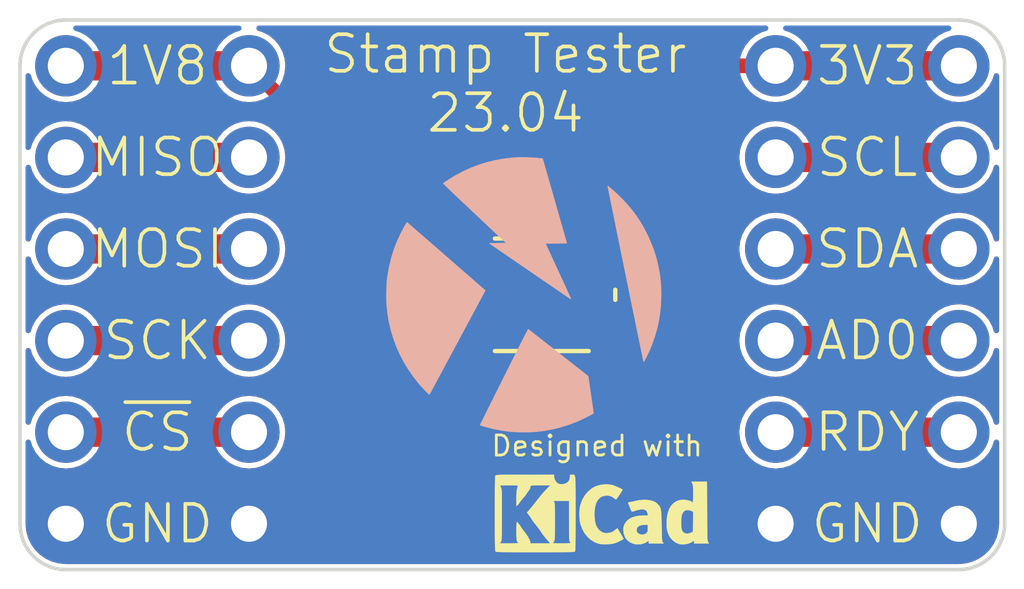
<source format=kicad_pcb>
(kicad_pcb (version 20221018) (generator pcbnew)
  (title_block (date "2022-10-07"))
  (layers (0 "F.Cu" jumper) (31 "B.Cu" signal) (34 "B.Paste" user) (35 "F.Paste" user) (36 "B.SilkS" user "B.Silkscreen") (37 "F.SilkS" user "F.Silkscreen") (38 "B.Mask" user) (39 "F.Mask" user) (44 "Edge.Cuts" user))
  (net 0 "")
  (net 1 "/Demo sheet/Q_3V3")
  (net 2 "/Demo sheet/Q_GND")
  (net 3 "/Demo sheet/Q_1V8")
  (net 4 "/Demo sheet/Q_MISO")
  (net 5 "/Demo sheet/Q_MOSI")
  (net 6 "/Demo sheet/Q_SCK")
  (net 7 "/Demo sheet/Q_~{CS}")
  (net 8 "/Demo sheet/Q_DRDY")
  (net 9 "/Demo sheet/Q_AD0")
  (net 10 "/Demo sheet/Q_SDA")
  (net 11 "/Demo sheet/Q_SCL")
  (footprint "Connector_PinHeader_2.54mm:PinHeader_1x06_P2.54mm_Vertical" (layer "F.Cu") (at 203.835 120.65 180)
    (fp_text reference "J704" hide)
    (fp_text value "Conn_01x06_Pin" hide)
    (pad "1" thru_hole circle (at 0 0 180) (size 1.7 1.7) (drill 1) (layers "*.Cu" "*.Mask") (net 2 "/Demo sheet/Q_GND"))
    (pad "2" thru_hole oval (at 0 2.54 180) (size 1.7 1.7) (drill 1) (layers "*.Cu" "*.Mask") (net 8 "/Demo sheet/Q_DRDY"))
    (pad "3" thru_hole oval (at 0 5.08 180) (size 1.7 1.7) (drill 1) (layers "*.Cu" "*.Mask") (net 9 "/Demo sheet/Q_AD0"))
    (pad "4" thru_hole oval (at 0 7.62 180) (size 1.7 1.7) (drill 1) (layers "*.Cu" "*.Mask") (net 10 "/Demo sheet/Q_SDA"))
    (pad "5" thru_hole oval (at 0 10.16 180) (size 1.7 1.7) (drill 1) (layers "*.Cu" "*.Mask") (net 11 "/Demo sheet/Q_SCL"))
    (pad "6" thru_hole oval (at 0 12.7 180) (size 1.7 1.7) (drill 1) (layers "*.Cu" "*.Mask") (net 1 "/Demo sheet/Q_3V3"))
  )
  (footprint "Capacitor_SMD:C_0603_1608Metric" (layer "F.Cu") (at 199.898 114.3 90)
    (fp_text reference "C801" hide)
    (fp_text value "1uF" hide)
    (fp_line (start -0.14058 -0.51) (end 0.14058 -0.51) (stroke (width 0.12)) (layer "F.SilkS"))
    (fp_line (start -0.14058 0.51) (end 0.14058 0.51) (stroke (width 0.12)) (layer "F.SilkS"))
    (pad "1" smd roundrect (at -0.775 0 90) (size 0.9 0.95) (layers "F.Cu" "F.Paste" "F.Mask") (net 1 "/Demo sheet/Q_3V3"))
    (pad "2" smd roundrect (at 0.775 0 90) (size 0.9 0.95) (layers "F.Cu" "F.Paste" "F.Mask") (net 2 "/Demo sheet/Q_GND"))
  )
  (footprint "Connector_PinHeader_2.54mm:PinHeader_1x06_P2.54mm_Vertical" (layer "F.Cu") (at 208.915 120.65 180)
    (fp_text reference "J703" hide)
    (fp_text value "Conn_01x06_Pin" hide)
    (pad "1" thru_hole circle (at 0 0 180) (size 1.7 1.7) (drill 1) (layers "*.Cu" "*.Mask") (net 2 "/Demo sheet/Q_GND"))
    (pad "2" thru_hole oval (at 0 2.54 180) (size 1.7 1.7) (drill 1) (layers "*.Cu" "*.Mask") (net 8 "/Demo sheet/Q_DRDY"))
    (pad "3" thru_hole oval (at 0 5.08 180) (size 1.7 1.7) (drill 1) (layers "*.Cu" "*.Mask") (net 9 "/Demo sheet/Q_AD0"))
    (pad "4" thru_hole oval (at 0 7.62 180) (size 1.7 1.7) (drill 1) (layers "*.Cu" "*.Mask") (net 10 "/Demo sheet/Q_SDA"))
    (pad "5" thru_hole oval (at 0 10.16 180) (size 1.7 1.7) (drill 1) (layers "*.Cu" "*.Mask") (net 11 "/Demo sheet/Q_SCL"))
    (pad "6" thru_hole oval (at 0 12.7 180) (size 1.7 1.7) (drill 1) (layers "*.Cu" "*.Mask") (net 1 "/Demo sheet/Q_3V3"))
  )
  (footprint "KwanSystems:OSHW-Symbol_4x3.6mm_SolderMask" (layer "F.Cu") (at 193.167 119.634)
    (fp_text reference "G703" hide)
    (fp_text value "OSHW" hide)
    (fp_poly (pts (xy 0.333488 -1.518641) (xy 0.383781 -1.251867) (xy 0.569352 -1.175368) (xy 0.754924 -1.098869) (xy 0.977548 -1.250252) (xy 1.039894 -1.292402) (xy 1.096252 -1.330037) (xy 1.143991 -1.361437) (xy 1.180482 -1.384886) (xy 1.203094 -1.398664) (xy 1.209253 -1.401635) (xy 1.220346 -1.393994) (xy 1.244052 -1.372871) (xy 1.277713 -1.340963) (xy 1.318672 -1.300969) (xy 1.364272 -1.255588) (xy 1.411855 -1.207517) (xy 1.458765 -1.159456) (xy 1.502344 -1.114102) (xy 1.539935 -1.074153) (xy 1.568882 -1.042309) (xy 1.586526 -1.021268) (xy 1.590745 -1.014226) (xy 1.584674 -1.001244) (xy 1.567655 -0.972803) (xy 1.541477 -0.931684) (xy 1.507931 -0.880671) (xy 1.468804 -0.822544) (xy 1.446131 -0.78939) (xy 1.404806 -0.728851) (xy 1.368084 -0.674221) (xy 1.337747 -0.628218) (xy 1.315577 -0.593563) (xy 1.303355 -0.572974) (xy 1.301518 -0.568648) (xy 1.305682 -0.556351) (xy 1.317031 -0.527692) (xy 1.333852 -0.486701) (xy 1.354435 -0.437407) (xy 1.377065 -0.383838) (xy 1.400032 -0.330025) (xy 1.421622 -0.279997) (xy 1.440124 -0.237784) (xy 1.453823 -0.207414) (xy 1.46101 -0.192917) (xy 1.461434 -0.192347) (xy 1.472719 -0.189578) (xy 1.502771 -0.183403) (xy 1.548476 -0.174428) (xy 1.606719 -0.163259) (xy 1.674386 -0.150505) (xy 1.713865 -0.143149) (xy 1.78617 -0.129383) (xy 1.851478 -0.116283) (xy 1.906486 -0.104567) (xy 1.947889 -0.094951) (xy 1.972382 -0.088153) (xy 1.977307 -0.085996) (xy 1.982129 -0.071396) (xy 1.98602 -0.038425) (xy 1.988982 0.009065) (xy 1.991018 0.067216) (xy 1.992131 0.132172) (xy 1.992323 0.200079) (xy 1.991596 0.267081) (xy 1.989954 0.329321) (xy 1.987399 0.382945) (xy 1.983933 0.424096) (xy 1.97956 0.448918) (xy 1.976937 0.454086) (xy 1.961258 0.46028) (xy 1.928036 0.469135) (xy 1.881664 0.479611) (xy 1.826538 0.490668) (xy 1.807295 0.494245) (xy 1.714514 0.51124) (xy 1.641225 0.524926) (xy 1.585004 0.535848) (xy 1.54343 0.54455) (xy 1.514083 0.551575) (xy 1.494538 0.557469) (xy 1.482377 0.562774) (xy 1.475176 0.568034) (xy 1.474168 0.569074) (xy 1.46411 0.585823) (xy 1.448768 0.618417) (xy 1.429673 0.662866) (xy 1.408356 0.715179) (xy 1.38635 0.771365) (xy 1.365187 0.827431) (xy 1.346398 0.879388) (xy 1.331516 0.923244) (xy 1.322072 0.955007) (xy 1.319599 0.970687) (xy 1.319806 0.971236) (xy 1.328185 0.984052) (xy 1.347193 1.01225) (xy 1.374835 1.052896) (xy 1.409111 1.103054) (xy 1.448024 1.159789) (xy 1.459106 1.175912) (xy 1.498619 1.234365) (xy 1.53339 1.287698) (xy 1.561523 1.332847) (xy 1.581124 1.366752) (xy 1.5903 1.386349) (xy 1.590745 1.388756) (xy 1.583035 1.40141) (xy 1.561733 1.426478) (xy 1.529576 1.461267) (xy 1.489303 1.503081) (xy 1.443652 1.549227) (xy 1.395362 1.59701) (xy 1.347172 1.643737) (xy 1.301819 1.686712) (xy 1.262043 1.723242) (xy 1.230581 1.750633) (xy 1.210173 1.76619) (xy 1.204527 1.76873) (xy 1.191386 1.762747) (xy 1.16448 1.746612) (xy 1.128193 1.723042) (xy 1.100273 1.70407) (xy 1.049685 1.669259) (xy 0.989776 1.62827) (xy 0.929684 1.587347) (xy 0.897376 1.565445) (xy 0.788023 1.49148) (xy 0.696229 1.541112) (xy 0.654409 1.562855) (xy 0.618848 1.579756) (xy 0.594787 1.589395) (xy 0.588662 1.590736) (xy 0.581297 1.580833) (xy 0.566768 1.552849) (xy 0.546158 1.509365) (xy 0.520553 1.452964) (xy 0.491036 1.386224) (xy 0.458694 1.311729) (xy 0.42461 1.232059) (xy 0.389869 1.149796) (xy 0.355556 1.067521) (xy 0.322754 0.987815) (xy 0.29255 0.913259) (xy 0.266028 0.846435) (xy 0.244271 0.789923) (xy 0.228365 0.746306) (xy 0.219395 0.718165) (xy 0.217952 0.7085) (xy 0.229387 0.696172) (xy 0.254422 0.67616) (xy 0.287824 0.652621) (xy 0.290627 0.650759) (xy 0.376958 0.581654) (xy 0.44657 0.501032) (xy 0.498858 0.41147) (xy 0.533219 0.315548) (xy 0.549052 0.215842) (xy 0.545751 0.114931) (xy 0.522714 0.015393) (xy 0.479337 -0.080195) (xy 0.466576 -0.101108) (xy 0.400198 -0.185558) (xy 0.321781 -0.253372) (xy 0.234038 -0.304198) (xy 0.139685 -0.337684) (xy 0.041434 -0.353476) (xy -0.058 -0.351222) (xy -0.155903 -0.33057) (xy -0.249561 -0.291166) (xy -0.33626 -0.232659) (xy -0.363079 -0.208912) (xy -0.431333 -0.134578) (xy -0.481069 -0.056326) (xy -0.515186 0.031389) (xy -0.534188 0.118253) (xy -0.538879 0.215916) (xy -0.523237 0.314064) (xy -0.488853 0.409379) (xy -0.437314 0.498544) (xy -0.370208 0.578241) (xy -0.289126 0.645154) (xy -0.27847 0.652207) (xy -0.24471 0.675305) (xy -0.219046 0.695318) (xy -0.206777 0.708096) (xy -0.206599 0.7085) (xy -0.209233 0.722323) (xy -0.219674 0.753694) (xy -0.236839 0.800034) (xy -0.259641 0.858761) (xy -0.286996 0.927295) (xy -0.317818 1.003055) (xy -0.351023 1.08346) (xy -0.385525 1.165931) (xy -0.420239 1.247885) (xy -0.454081 1.326742) (xy -0.485965 1.399923) (xy -0.514806 1.464845) (xy -0.539519 1.518929) (xy -0.559019 1.559594) (xy -0.572222 1.584258) (xy -0.577538 1.590736) (xy -0.593784 1.585691) (xy -0.624182 1.572163) (xy -0.66349 1.552568) (xy -0.685105 1.541112) (xy -0.776899 1.49148) (xy -0.886253 1.565445) (xy -0.942075 1.603337) (xy -1.003191 1.645036) (xy -1.060463 1.684299) (xy -1.08915 1.70407) (xy -1.129497 1.731164) (xy -1.163662 1.752634) (xy -1.187188 1.765763) (xy -1.194829 1.768538) (xy -1.20595 1.761051) (xy -1.230565 1.740151) (xy -1.266285 1.708007) (xy -1.310725 1.66679) (xy -1.361499 1.618669) (xy -1.393611 1.587772) (xy -1.449791 1.532572) (xy -1.498345 1.483199) (xy -1.537306 1.441767) (xy -1.564715 1.410386) (xy -1.578607 1.39117) (xy -1.579939 1.38727) (xy -1.573754 1.372436) (xy -1.556663 1.342443) (xy -1.530562 1.300327) (xy -1.497346 1.249125) (xy -1.458912 1.191874) (xy -1.447982 1.175912) (xy -1.408156 1.1179) (xy -1.372427 1.06567) (xy -1.34279 1.022157) (xy -1.321245 0.990296) (xy -1.309789 0.973022) (xy -1.308682 0.971236) (xy -1.310337 0.957469) (xy -1.319123 0.927202) (xy -1.333508 0.884425) (xy -1.35196 0.833128) (xy -1.372946 0.777304) (xy -1.394936 0.720944) (xy -1.416397 0.668039) (xy -1.435796 0.62258) (xy -1.451603 0.588559) (xy -1.462285 0.569966) (xy -1.463044 0.569074) (xy -1.469576 0.563761) (xy -1.480609 0.558506) (xy -1.498564 0.552766) (xy -1.525862 0.545998) (xy -1.564925 0.537656) (xy -1.618177 0.527198) (xy -1.688036 0.514079) (xy -1.776925 0.497755) (xy -1.796171 0.494245) (xy -1.853212 0.483224) (xy -1.902939 0.472443) (xy -1.940958 0.462941) (xy -1.962875 0.45576) (xy -1.965814 0.454086) (xy -1.970656 0.439243) (xy -1.974592 0.406074) (xy -1.97762 0.358433) (xy -1.979735 0.300178) (xy -1.980937 0.235163) (xy -1.981222 0.167244) (xy -1.980586 0.100277) (xy -1.979029 0.038117) (xy -1.976548 -0.015379) (xy -1.973138 -0.056357) (xy -1.968799 -0.08096) (xy -1.966183 -0.085996) (xy -1.951619 -0.091075) (xy -1.918456 -0.099339) (xy -1.869997 -0.11007) (xy -1.809547 -0.122551) (xy -1.74041 -0.136066) (xy -1.702741 -0.143149) (xy -1.631272 -0.156509) (xy -1.567539 -0.168613) (xy -1.514656 -0.178851) (xy -1.47574 -0.186619) (xy -1.453904 -0.191307) (xy -1.45031 -0.192347) (xy -1.444237 -0.204066) (xy -1.431397 -0.232294) (xy -1.413503 -0.272998) (xy -1.392267 -0.322145) (xy -1.369399 -0.375703) (xy -1.346612 -0.429639) (xy -1.325616 -0.479919) (xy -1.308124 -0.522512) (xy -1.295846 -0.553384) (xy -1.290494 -0.568502) (xy -1.290394 -0.569162) (xy -1.296461 -0.581089) (xy -1.31347 -0.608534) (xy -1.339634 -0.64877) (xy -1.373164 -0.69907) (xy -1.412272 -0.756704) (xy -1.435007 -0.78981) (xy -1.476435 -0.850511) (xy -1.51323 -0.905622) (xy -1.543598 -0.952354) (xy -1.565743 -0.987919) (xy -1.577869 -1.009529) (xy -1.579621 -1.014374) (xy -1.572092 -1.02565) (xy -1.551278 -1.049726) (xy -1.519838 -1.083904) (xy -1.48043 -1.125489) (xy -1.435714 -1.171781) (xy -1.388348 -1.220085) (xy -1.34099 -1.267702) (xy -1.2963 -1.311936) (xy -1.256936 -1.350089) (xy -1.225558 -1.379464) (xy -1.204823 -1.397363) (xy -1.197887 -1.401635) (xy -1.186592 -1.395628) (xy -1.159579 -1.378753) (xy -1.119472 -1.352728) (xy -1.068899 -1.319269) (xy -1.010486 -1.280096) (xy -0.966424 -1.250252) (xy -0.7438 -1.098869) (xy -0.372657 -1.251867) (xy -0.322365 -1.518641) (xy -0.272072 -1.785416) (xy 0.283196 -1.785416) (xy 0.333488 -1.518641)) (stroke (width 0.01)) (fill solid) (layer "F.Cu"))
  )
  (footprint "Capacitor_SMD:C_0603_1608Metric" (layer "F.Cu") (at 193.802 114.3 90)
    (fp_text reference "C805" hide)
    (fp_text value "1uF" hide)
    (fp_line (start -0.14058 -0.51) (end 0.14058 -0.51) (stroke (width 0.12)) (layer "F.SilkS"))
    (fp_line (start -0.14058 0.51) (end 0.14058 0.51) (stroke (width 0.12)) (layer "F.SilkS"))
    (pad "1" smd roundrect (at -0.775 0 90) (size 0.9 0.95) (layers "F.Cu" "F.Paste" "F.Mask") (net 3 "/Demo sheet/Q_1V8"))
    (pad "2" smd roundrect (at 0.775 0 90) (size 0.9 0.95) (layers "F.Cu" "F.Paste" "F.Mask") (net 2 "/Demo sheet/Q_GND"))
  )
  (footprint "Connector_PinHeader_2.54mm:PinHeader_1x06_P2.54mm_Vertical" (layer "F.Cu") (at 189.23 107.95)
    (fp_text reference "J702" hide)
    (fp_text value "Conn_01x06_Pin" hide)
    (pad "1" thru_hole circle (at 0 0) (size 1.7 1.7) (drill 1) (layers "*.Cu" "*.Mask") (net 3 "/Demo sheet/Q_1V8"))
    (pad "2" thru_hole oval (at 0 2.54) (size 1.7 1.7) (drill 1) (layers "*.Cu" "*.Mask") (net 4 "/Demo sheet/Q_MISO"))
    (pad "3" thru_hole oval (at 0 5.08) (size 1.7 1.7) (drill 1) (layers "*.Cu" "*.Mask") (net 5 "/Demo sheet/Q_MOSI"))
    (pad "4" thru_hole oval (at 0 7.62) (size 1.7 1.7) (drill 1) (layers "*.Cu" "*.Mask") (net 6 "/Demo sheet/Q_SCK"))
    (pad "5" thru_hole oval (at 0 10.16) (size 1.7 1.7) (drill 1) (layers "*.Cu" "*.Mask") (net 7 "/Demo sheet/Q_~{CS}"))
    (pad "6" thru_hole oval (at 0 12.7) (size 1.7 1.7) (drill 1) (layers "*.Cu" "*.Mask") (net 2 "/Demo sheet/Q_GND"))
  )
  (footprint "Connector_PinHeader_2.54mm:PinHeader_1x06_P2.54mm_Vertical" (layer "F.Cu") (at 184.15 107.95)
    (fp_text reference "J701" hide)
    (fp_text value "Conn_01x06_Pin" hide)
    (pad "1" thru_hole circle (at 0 0) (size 1.7 1.7) (drill 1) (layers "*.Cu" "*.Mask") (net 3 "/Demo sheet/Q_1V8"))
    (pad "2" thru_hole oval (at 0 2.54) (size 1.7 1.7) (drill 1) (layers "*.Cu" "*.Mask") (net 4 "/Demo sheet/Q_MISO"))
    (pad "3" thru_hole oval (at 0 5.08) (size 1.7 1.7) (drill 1) (layers "*.Cu" "*.Mask") (net 5 "/Demo sheet/Q_MOSI"))
    (pad "4" thru_hole oval (at 0 7.62) (size 1.7 1.7) (drill 1) (layers "*.Cu" "*.Mask") (net 6 "/Demo sheet/Q_SCK"))
    (pad "5" thru_hole oval (at 0 10.16) (size 1.7 1.7) (drill 1) (layers "*.Cu" "*.Mask") (net 7 "/Demo sheet/Q_~{CS}"))
    (pad "6" thru_hole oval (at 0 12.7) (size 1.7 1.7) (drill 1) (layers "*.Cu" "*.Mask") (net 2 "/Demo sheet/Q_GND"))
  )
  (footprint "Package_TO_SOT_SMD:SOT-23-5" (layer "F.Cu") (at 196.85 114.3 180)
    (fp_text reference "U801" hide)
    (fp_text value "TCR2EF 1.8V" hide)
    (fp_line (start 0 -1.56) (end -1.8 -1.56) (stroke (width 0.12)) (layer "F.SilkS"))
    (fp_line (start 0 -1.56) (end 0.8 -1.56) (stroke (width 0.12)) (layer "F.SilkS"))
    (fp_line (start 0 1.56) (end -0.8 1.56) (stroke (width 0.12)) (layer "F.SilkS"))
    (fp_line (start 0 1.56) (end 0.8 1.56) (stroke (width 0.12)) (layer "F.SilkS"))
    (pad "1" smd roundrect (at -1.1375 -0.95 180) (size 1.325 0.6) (layers "F.Cu" "F.Paste" "F.Mask") (net 1 "/Demo sheet/Q_3V3"))
    (pad "2" smd roundrect (at -1.1375 0 180) (size 1.325 0.6) (layers "F.Cu" "F.Paste" "F.Mask") (net 2 "/Demo sheet/Q_GND"))
    (pad "3" smd roundrect (at -1.1375 0.95 180) (size 1.325 0.6) (layers "F.Cu" "F.Paste" "F.Mask") (net 1 "/Demo sheet/Q_3V3"))
    (pad "4" smd roundrect (at 1.1375 0.95 180) (size 1.325 0.6) (layers "F.Cu" "F.Paste" "F.Mask"))
    (pad "5" smd roundrect (at 1.1375 -0.95 180) (size 1.325 0.6) (layers "F.Cu" "F.Paste" "F.Mask") (net 3 "/Demo sheet/Q_1V8"))
  )
  (footprint "KwanSystems:Symbol_KiCAD-Logo_CopperAndSilkScreenTop_small" (layer "F.Cu") (at 199.009 120.269)
    (fp_text reference "G702" hide)
    (fp_text value "Designed with" (at -0.127 -1.778) (layer "F.SilkS") (effects (font (size 0.5588 0.5588) (thickness 0.0762))))
    (fp_poly (pts (xy -1.022029 -1.13702) (xy -0.963228 -1.103803) (xy -0.916489 -1.052478) (xy -0.894594 -1.009438) (xy -0.879289 -0.940193) (xy -0.88384 -0.871205) (xy -0.907514 -0.810458) (xy -0.913706 -0.801075) (xy -0.958926 -0.757296) (xy -1.018364 -0.727224) (xy -1.084834 -0.712291) (xy -1.151144 -0.713933) (xy -1.210105 -0.733584) (xy -1.220497 -0.739878) (xy -1.261632 -0.779303) (xy -1.295543 -0.833615) (xy -1.316627 -0.892353) (xy -1.3208 -0.927101) (xy -1.311163 -0.981713) (xy -1.285905 -1.038945) (xy -1.250509 -1.088421) (xy -1.222679 -1.112853) (xy -1.15657 -1.143062) (xy -1.088082 -1.150612) (xy -1.022029 -1.13702)) (stroke (width 0.01)) (fill solid) (layer "F.Cu"))
    (fp_poly (pts (xy -0.9017 0.296023) (xy -0.90159 0.431764) (xy -0.901209 0.544309) (xy -0.900487 0.635861) (xy -0.899353 0.70862) (xy -0.897735 0.764792) (xy -0.895561 0.806578) (xy -0.89276 0.83618) (xy -0.889261 0.855802) (xy -0.884992 0.867646) (xy -0.883054 0.870698) (xy -0.869911 0.889472) (xy -0.864555 0.903543) (xy -0.869645 0.913587) (xy -0.887844 0.920282) (xy -0.921812 0.924303) (xy -0.974211 0.926327) (xy -1.047701 0.92703) (xy -1.1049 0.9271) (xy -1.180041 0.926758) (xy -1.245637 0.925804) (xy -1.297787 0.924351) (xy -1.332591 0.922509) (xy -1.346148 0.920388) (xy -1.3462 0.920244) (xy -1.340923 0.905727) (xy -1.327637 0.877255) (xy -1.3208 0.8636) (xy -1.314367 0.84988) (xy -1.309121 0.834697) (xy -1.30494 0.81546) (xy -1.301705 0.789578) (xy -1.299295 0.754459) (xy -1.297589 0.707514) (xy -1.296468 0.646151) (xy -1.29581 0.56778) (xy -1.295495 0.469809) (xy -1.295403 0.349648) (xy -1.2954 0.317375) (xy -1.295527 0.188635) (xy -1.295965 0.082875) (xy -1.296802 -0.002325) (xy -1.298126 -0.069381) (xy -1.300025 -0.120715) (xy -1.302587 -0.158744) (xy -1.305899 -0.185887) (xy -1.310049 -0.204564) (xy -1.314777 -0.216531) (xy -1.334153 -0.254) (xy -0.9017 -0.254) (xy -0.9017 0.296023)) (stroke (width 0.01)) (fill solid) (layer "F.Cu"))
    (fp_poly (pts (xy -1.693127 -0.6858) (xy -1.420471 -0.6858) (xy -1.519861 -0.585107) (xy -1.684715 -0.403655) (xy -1.791925 -0.266593) (xy -1.831149 -0.2148) (xy -1.878428 -0.154736) (xy -1.928475 -0.092899) (xy -1.976001 -0.035791) (xy -2.015717 0.010091) (xy -2.028266 0.02388) (xy -2.068982 0.067606) (xy -2.034003 0.113178) (xy -1.966282 0.207802) (xy -1.922511 0.277525) (xy -1.895076 0.318643) (xy -1.864438 0.358306) (xy -1.861864 0.361304) (xy -1.827389 0.402791) (xy -1.787127 0.454069) (xy -1.745529 0.509144) (xy -1.707049 0.562024) (xy -1.676141 0.606713) (xy -1.658312 0.635274) (xy -1.640772 0.661798) (xy -1.611507 0.701031) (xy -1.57559 0.746626) (xy -1.538093 0.792236) (xy -1.504086 0.831516) (xy -1.4859 0.85101) (xy -1.473956 0.864041) (xy -1.452819 0.887703) (xy -1.448762 0.892285) (xy -1.417973 0.9271) (xy -1.9812 0.9271) (xy -1.9812 0.887962) (xy -1.989582 0.849698) (xy -2.013196 0.797075) (xy -2.049754 0.73412) (xy -2.09696 0.664858) (xy -2.140729 0.607767) (xy -2.176366 0.561657) (xy -2.209027 0.516135) (xy -2.232612 0.479768) (xy -2.235665 0.474417) (xy -2.255686 0.441217) (xy -2.273329 0.417142) (xy -2.277651 0.41275) (xy -2.294931 0.393408) (xy -2.315043 0.365125) (xy -2.333887 0.341047) (xy -2.349143 0.330244) (xy -2.349793 0.3302) (xy -2.354231 0.342546) (xy -2.357791 0.378191) (xy -2.360368 0.435046) (xy -2.361859 0.511022) (xy -2.3622 0.578481) (xy -2.361858 0.668132) (xy -2.360653 0.736135) (xy -2.358313 0.786238) (xy -2.354569 0.822185) (xy -2.349151 0.847722) (xy -2.34179 0.866594) (xy -2.341378 0.867406) (xy -2.323642 0.897246) (xy -2.307889 0.916309) (xy -2.306453 0.917381) (xy -2.314202 0.920162) (xy -2.343877 0.922631) (xy -2.392007 0.924656) (xy -2.455121 0.926104) (xy -2.529745 0.926841) (xy -2.555603 0.926906) (xy -2.818856 0.9271) (xy -2.804016 0.892175) (xy -2.78993 0.862879) (xy -2.778888 0.845185) (xy -2.776972 0.830571) (xy -2.775172 0.792891) (xy -2.773521 0.734476) (xy -2.772052 0.657659) (xy -2.770801 0.564773) (xy -2.769798 0.458151) (xy -2.769079 0.340126) (xy -2.768677 0.21303) (xy -2.768601 0.127145) (xy -2.76863 -0.024845) (xy -2.768765 -0.153544) (xy -2.769077 -0.261063) (xy -2.769637 -0.349511) (xy -2.770516 -0.420998) (xy -2.771784 -0.477634) (xy -2.773512 -0.521528) (xy -2.775772 -0.55479) (xy -2.778634 -0.57953) (xy -2.782169 -0.597857) (xy -2.786448 -0.611882) (xy -2.791542 -0.623713) (xy -2.794001 -0.628651) (xy -2.809378 -0.659566) (xy -2.818405 -0.67917) (xy -2.819401 -0.682136) (xy -2.807333 -0.683247) (xy -2.773656 -0.684222) (xy -2.722164 -0.685008) (xy -2.656647 -0.68555) (xy -2.580898 -0.685793) (xy -2.564042 -0.6858) (xy -2.47747 -0.685668) (xy -2.413186 -0.685085) (xy -2.368077 -0.683768) (xy -2.339032 -0.681439) (xy -2.322938 -0.677814) (xy -2.316684 -0.672614) (xy -2.317157 -0.665558) (xy -2.317918 -0.663575) (xy -2.334598 -0.619164) (xy -2.346631 -0.57491) (xy -2.35471 -0.52543) (xy -2.359529 -0.46534) (xy -2.36178 -0.389256) (xy -2.3622 -0.319456) (xy -2.362201 -0.109548) (xy -2.324101 -0.14605) (xy -2.300294 -0.171222) (xy -2.287003 -0.189861) (xy -2.286 -0.193259) (xy -2.278432 -0.206225) (xy -2.258686 -0.232936) (xy -2.231206 -0.267928) (xy -2.200434 -0.305736) (xy -2.170812 -0.340896) (xy -2.146781 -0.367943) (xy -2.133381 -0.381) (xy -2.12222 -0.394633) (xy -2.103032 -0.422685) (xy -2.089099 -0.4445) (xy -2.059998 -0.488351) (xy -2.028525 -0.531651) (xy -2.017351 -0.545819) (xy -1.994994 -0.579132) (xy -1.982296 -0.609679) (xy -1.9812 -0.617805) (xy -1.980939 -0.639662) (xy -1.978105 -0.656249) (xy -1.969619 -0.668294) (xy -1.952406 -0.676523) (xy -1.923387 -0.681662) (xy -1.879486 -0.684437) (xy -1.817625 -0.685575) (xy -1.734728 -0.685802) (xy -1.693127 -0.6858)) (stroke (width 0.01)) (fill solid) (layer "F.Cu"))
    (fp_poly (pts (xy 0.272338 -0.69683) (xy 0.292956 -0.691929) (xy 0.32844 -0.680586) (xy 0.376087 -0.662519) (xy 0.429761 -0.640407) (xy 0.483327 -0.616927) (xy 0.530649 -0.594757) (xy 0.565593 -0.576575) (xy 0.581032 -0.566201) (xy 0.576187 -0.554709) (xy 0.560018 -0.527246) (xy 0.535732 -0.488675) (xy 0.506537 -0.443856) (xy 0.475641 -0.397653) (xy 0.446251 -0.354925) (xy 0.421576 -0.320535) (xy 0.405339 -0.299921) (xy 0.391118 -0.301188) (xy 0.365041 -0.316333) (xy 0.343204 -0.333344) (xy 0.270649 -0.379387) (xy 0.188244 -0.402221) (xy 0.109049 -0.402858) (xy 0.023699 -0.382549) (xy -0.048371 -0.340937) (xy -0.106878 -0.278538) (xy -0.151541 -0.19587) (xy -0.182079 -0.093452) (xy -0.19821 0.028201) (xy -0.199787 0.1651) (xy -0.189067 0.288913) (xy -0.166508 0.391871) (xy -0.131185 0.476053) (xy -0.082172 0.54354) (xy -0.018542 0.596413) (xy -0.003711 0.605576) (xy 0.034887 0.625708) (xy 0.070619 0.636438) (xy 0.114514 0.640338) (xy 0.14605 0.640505) (xy 0.225909 0.632677) (xy 0.295274 0.608696) (xy 0.362313 0.565307) (xy 0.387423 0.544332) (xy 0.414546 0.522081) (xy 0.432707 0.510112) (xy 0.436528 0.509485) (xy 0.447608 0.526144) (xy 0.467249 0.558167) (xy 0.492615 0.600674) (xy 0.520872 0.648788) (xy 0.549183 0.697629) (xy 0.574716 0.742318) (xy 0.594633 0.777978) (xy 0.606101 0.79973) (xy 0.607727 0.80409) (xy 0.595109 0.810777) (xy 0.566172 0.826127) (xy 0.527031 0.846893) (xy 0.524729 0.848115) (xy 0.443574 0.888306) (xy 0.372106 0.915964) (xy 0.301136 0.933493) (xy 0.221474 0.943297) (xy 0.14605 0.94717) (xy 0.049643 0.947785) (xy -0.026375 0.943057) (xy -0.071782 0.935283) (xy -0.1879 0.892859) (xy -0.294421 0.828359) (xy -0.389317 0.743953) (xy -0.470561 0.641812) (xy -0.536124 0.524105) (xy -0.583978 0.393003) (xy -0.586226 0.384816) (xy -0.604375 0.291513) (xy -0.613828 0.18446) (xy -0.614589 0.072629) (xy -0.606666 -0.035009) (xy -0.590064 -0.12948) (xy -0.585852 -0.145478) (xy -0.53497 -0.282283) (xy -0.463634 -0.405266) (xy -0.373098 -0.512674) (xy -0.264615 -0.602753) (xy -0.254 -0.609959) (xy -0.165178 -0.656248) (xy -0.061151 -0.689126) (xy 0.051099 -0.707547) (xy 0.164589 -0.710464) (xy 0.272338 -0.69683)) (stroke (width 0.01)) (fill solid) (layer "F.SilkS"))
    (fp_poly (pts (xy 2.923732 0.028575) (xy 2.924503 0.193526) (xy 2.925283 0.334991) (xy 2.926131 0.454881) (xy 2.927104 0.55511) (xy 2.928262 0.637591) (xy 2.929661 0.704236) (xy 2.931362 0.756959) (xy 2.933422 0.797673) (xy 2.9359 0.82829) (xy 2.938854 0.850724) (xy 2.942342 0.866887) (xy 2.946423 0.878693) (xy 2.949901 0.885825) (xy 2.972452 0.9271) (xy 2.5654 0.9271) (xy 2.5654 0.889) (xy 2.563721 0.862226) (xy 2.559676 0.850902) (xy 2.559614 0.8509) (xy 2.546555 0.857392) (xy 2.520363 0.873769) (xy 2.506952 0.882711) (xy 2.440802 0.916324) (xy 2.360969 0.939795) (xy 2.276511 0.951669) (xy 2.196489 0.950492) (xy 2.1463 0.940624) (xy 2.054269 0.89997) (xy 1.971705 0.8391) (xy 1.904259 0.762755) (xy 1.873578 0.711847) (xy 1.839866 0.633015) (xy 1.817928 0.549976) (xy 1.806357 0.455702) (xy 1.803621 0.362457) (xy 1.804001 0.3556) (xy 2.204068 0.3556) (xy 2.206317 0.443448) (xy 2.213125 0.510207) (xy 2.225739 0.559975) (xy 2.245406 0.596846) (xy 2.273376 0.624916) (xy 2.289508 0.636085) (xy 2.342711 0.655082) (xy 2.405572 0.653588) (xy 2.473102 0.631864) (xy 2.48525 0.625887) (xy 2.53365 0.600779) (xy 2.537071 0.326244) (xy 2.540493 0.051708) (xy 2.506946 0.029727) (xy 2.47518 0.016354) (xy 2.430334 0.006022) (xy 2.401317 0.002533) (xy 2.357128 0.000985) (xy 2.327646 0.006048) (xy 2.302493 0.020342) (xy 2.289464 0.030784) (xy 2.255792 0.067584) (xy 2.231332 0.115369) (xy 2.215171 0.177617) (xy 2.206394 0.257806) (xy 2.204068 0.3556) (xy 1.804001 0.3556) (xy 1.811838 0.214483) (xy 1.835771 0.084567) (xy 1.875086 -0.026746) (xy 1.929445 -0.11891) (xy 1.998513 -0.191382) (xy 2.081953 -0.243616) (xy 2.17943 -0.275068) (xy 2.199085 -0.278583) (xy 2.256852 -0.282713) (xy 2.320532 -0.279286) (xy 2.383831 -0.269574) (xy 2.440456 -0.25485) (xy 2.484114 -0.236388) (xy 2.508131 -0.216093) (xy 2.518564 -0.203859) (xy 2.526585 -0.206404) (xy 2.532463 -0.225672) (xy 2.536462 -0.263606) (xy 2.538851 -0.32215) (xy 2.539897 -0.403247) (xy 2.54 -0.448165) (xy 2.539739 -0.535214) (xy 2.538735 -0.600892) (xy 2.536656 -0.649225) (xy 2.533172 -0.684241) (xy 2.527951 -0.709964) (xy 2.520661 -0.730421) (xy 2.515969 -0.740265) (xy 2.491938 -0.7874) (xy 2.920114 -0.7874) (xy 2.923732 0.028575)) (stroke (width 0.01)) (fill solid) (layer "F.SilkS"))
    (fp_poly (pts (xy 1.31381 -0.273821) (xy 1.401788 -0.253868) (xy 1.461257 -0.231553) (xy 1.507549 -0.203611) (xy 1.54889 -0.16682) (xy 1.575459 -0.139406) (xy 1.597198 -0.113586) (xy 1.614646 -0.086504) (xy 1.628338 -0.055307) (xy 1.638812 -0.017139) (xy 1.646605 0.030855) (xy 1.652252 0.091529) (xy 1.656293 0.167738) (xy 1.659262 0.262335) (xy 1.661697 0.378178) (xy 1.662775 0.438739) (xy 1.664904 0.554717) (xy 1.666965 0.648026) (xy 1.669138 0.721393) (xy 1.671602 0.777548) (xy 1.674534 0.819219) (xy 1.678116 0.849135) (xy 1.682525 0.870025) (xy 1.68794 0.884617) (xy 1.692568 0.892764) (xy 1.715086 0.9271) (xy 1.309709 0.9271) (xy 1.30175 0.850349) (xy 1.252051 0.884242) (xy 1.173973 0.923627) (xy 1.083546 0.946589) (xy 0.988648 0.952069) (xy 0.897155 0.939006) (xy 0.880417 0.934218) (xy 0.787215 0.893056) (xy 0.71176 0.834293) (xy 0.655326 0.759661) (xy 0.619188 0.670893) (xy 0.604618 0.569722) (xy 0.604394 0.5588) (xy 0.604726 0.544273) (xy 0.968854 0.544273) (xy 0.970982 0.588942) (xy 0.976045 0.604251) (xy 1.007389 0.644545) (xy 1.054862 0.671741) (xy 1.111664 0.683676) (xy 1.170998 0.678189) (xy 1.189798 0.672254) (xy 1.233392 0.651484) (xy 1.261212 0.625183) (xy 1.276447 0.58764) (xy 1.282283 0.533145) (xy 1.2827 0.505786) (xy 1.2827 0.4064) (xy 1.199742 0.4064) (xy 1.117874 0.413912) (xy 1.048564 0.435367) (xy 1.000838 0.465778) (xy 0.979535 0.499149) (xy 0.968854 0.544273) (xy 0.604726 0.544273) (xy 0.605702 0.501637) (xy 0.612526 0.457987) (xy 0.627275 0.416156) (xy 0.638941 0.391108) (xy 0.691112 0.312818) (xy 0.763302 0.249879) (xy 0.855185 0.202439) (xy 0.966431 0.170646) (xy 1.096713 0.154648) (xy 1.166897 0.152621) (xy 1.286044 0.1524) (xy 1.279098 0.100614) (xy 1.261131 0.04398) (xy 1.225172 0.004754) (xy 1.171862 -0.016919) (xy 1.101844 -0.020889) (xy 1.015758 -0.00701) (xy 0.927255 0.020072) (xy 0.885026 0.033707) (xy 0.852529 0.041187) (xy 0.836598 0.040954) (xy 0.836431 0.040795) (xy 0.827638 0.024936) (xy 0.81259 -0.008044) (xy 0.793951 -0.051628) (xy 0.774387 -0.099298) (xy 0.756561 -0.144538) (xy 0.74314 -0.18083) (xy 0.736788 -0.201658) (xy 0.7366 -0.203349) (xy 0.747495 -0.212692) (xy 0.769224 -0.2159) (xy 0.795016 -0.218982) (xy 0.838425 -0.227288) (xy 0.892552 -0.239413) (xy 0.931149 -0.248914) (xy 1.064048 -0.27432) (xy 1.193388 -0.282641) (xy 1.31381 -0.273821)) (stroke (width 0.01)) (fill solid) (layer "F.SilkS"))
    (fp_poly (pts (xy -0.774319 -0.978651) (xy -0.763423 -0.975012) (xy -0.754207 -0.96679) (xy -0.746533 -0.952402) (xy -0.74026 -0.930263) (xy -0.735248 -0.898791) (xy -0.731359 -0.856403) (xy -0.728452 -0.801515) (xy -0.726389 -0.732543) (xy -0.725029 -0.647905) (xy -0.724233 -0.546016) (xy -0.723862 -0.425295) (xy -0.723775 -0.284157) (xy -0.723834 -0.121018) (xy -0.723899 0.065704) (xy -0.7239 0.09525) (xy -0.723939 0.282942) (xy -0.724076 0.446856) (xy -0.724341 0.588611) (xy -0.724766 0.709829) (xy -0.72538 0.812131) (xy -0.726216 0.897137) (xy -0.727303 0.96647) (xy -0.728672 1.021748) (xy -0.730354 1.064594) (xy -0.73238 1.096629) (xy -0.73478 1.119472) (xy -0.737585 1.134746) (xy -0.740826 1.144071) (xy -0.743858 1.148443) (xy -0.749396 1.151996) (xy -0.7595 1.155107) (xy -0.775755 1.157803) (xy -0.799749 1.160115) (xy -0.833067 1.16207) (xy -0.877295 1.163698) (xy -0.93402 1.165028) (xy -1.004828 1.166088) (xy -1.091305 1.166907) (xy -1.195038 1.167514) (xy -1.317612 1.167938) (xy -1.460615 1.168208) (xy -1.625631 1.168352) (xy -1.814248 1.168399) (xy -1.841501 1.1684) (xy -2.033412 1.168363) (xy -2.20151 1.168234) (xy -2.347381 1.167983) (xy -2.47261 1.167581) (xy -2.578784 1.167) (xy -2.66749 1.166211) (xy -2.740313 1.165186) (xy -2.798839 1.163894) (xy -2.844656 1.162308) (xy -2.879349 1.160398) (xy -2.904504 1.158136) (xy -2.921708 1.155493) (xy -2.932547 1.15244) (xy -2.938607 1.148948) (xy -2.939143 1.148443) (xy -2.942768 1.142814) (xy -2.945931 1.132576) (xy -2.948664 1.11611) (xy -2.950997 1.091793) (xy -2.952961 1.058006) (xy -2.954587 1.013126) (xy -2.955905 0.955534) (xy -2.956947 0.883609) (xy -2.957742 0.795728) (xy -2.958321 0.690272) (xy -2.958716 0.56562) (xy -2.958957 0.42015) (xy -2.959075 0.252242) (xy -2.9591 0.09525) (xy -2.959062 -0.092443) (xy -2.958925 -0.256356) (xy -2.95866 -0.398111) (xy -2.958235 -0.51933) (xy -2.957621 -0.621631) (xy -2.957026 -0.682136) (xy -2.819401 -0.682136) (xy -2.814182 -0.669681) (xy -2.801028 -0.642578) (xy -2.794001 -0.628651) (xy -2.788534 -0.617113) (xy -2.783913 -0.60429) (xy -2.780067 -0.588071) (xy -2.776924 -0.566346) (xy -2.774414 -0.537006) (xy -2.772466 -0.497942) (xy -2.771009 -0.447042) (xy -2.769972 -0.382198) (xy -2.769283 -0.3013) (xy -2.768873 -0.202238) (xy -2.768671 -0.082902) (xy -2.768605 0.058818) (xy -2.768601 0.127145) (xy -2.768781 0.258863) (xy -2.769299 0.383019) (xy -2.770122 0.497278) (xy -2.771216 0.599309) (xy -2.772549 0.686779) (xy -2.774085 0.757356) (xy -2.775793 0.808705) (xy -2.777638 0.838496) (xy -2.778888 0.845185) (xy -2.7911 0.865068) (xy -2.804016 0.892175) (xy -2.818856 0.9271) (xy -2.555603 0.926906) (xy -2.478017 0.926425) (xy -2.410825 0.925191) (xy -2.357501 0.923337) (xy -2.321515 0.920996) (xy -2.306341 0.9183) (xy -2.306453 0.917381) (xy -2.321428 0.900413) (xy -2.339334 0.871313) (xy -2.341378 0.867406) (xy -2.348841 0.848761) (xy -2.354347 0.823634) (xy -2.358166 0.788278) (xy -2.360567 0.738949) (xy -2.361822 0.6719) (xy -2.3622 0.583386) (xy -2.3622 0.578481) (xy -2.361584 0.489674) (xy -2.359802 0.418438) (xy -2.356961 0.366864) (xy -2.353164 0.337039) (xy -2.349793 0.3302) (xy -2.335043 0.339885) (xy -2.31618 0.363372) (xy -2.315043 0.365125) (xy -2.294754 0.393634) (xy -2.277651 0.41275) (xy -2.262427 0.431316) (xy -2.242459 0.462483) (xy -2.235665 0.474417) (xy -2.21459 0.507965) (xy -2.183237 0.55236) (xy -2.147704 0.599032) (xy -2.140729 0.607767) (xy -2.08667 0.679172) (xy -2.041431 0.747484) (xy -2.007306 0.808675) (xy -1.986585 0.85872) (xy -1.9812 0.887962) (xy -1.9812 0.9271) (xy -1.417973 0.9271) (xy -1.424036 0.920244) (xy -1.3462 0.920244) (xy -1.334151 0.922379) (xy -1.300602 0.924243) (xy -1.249456 0.925724) (xy -1.184611 0.926713) (xy -1.10997 0.927098) (xy -1.1049 0.9271) (xy -1.016517 0.926704) (xy -0.95095 0.925403) (xy -0.905627 0.923028) (xy -0.877975 0.919409) (xy -0.865422 0.914376) (xy -0.864004 0.911225) (xy -0.871481 0.889277) (xy -0.883054 0.870698) (xy -0.887651 0.861346) (xy -0.891449 0.845098) (xy -0.894521 0.819749) (xy -0.896937 0.783098) (xy -0.898768 0.732942) (xy -0.900087 0.667077) (xy -0.900965 0.583302) (xy -0.901474 0.479414) (xy -0.901684 0.353209) (xy -0.9017 0.296023) (xy -0.9017 -0.254) (xy -1.334153 -0.254) (xy -1.314777 -0.216531) (xy -1.309761 -0.203593) (xy -1.305667 -0.184454) (xy -1.302404 -0.156697) (xy -1.299887 -0.117902) (xy -1.298027 -0.06565) (xy -1.296736 0.002477) (xy -1.295926 0.088899) (xy -1.295511 0.196034) (xy -1.2954 0.317375) (xy -1.295457 0.44322) (xy -1.295708 0.546256) (xy -1.296273 0.629074) (xy -1.297273 0.694264) (xy -1.298828 0.744418) (xy -1.301059 0.782126) (xy -1.304086 0.809979) (xy -1.30803 0.830568) (xy -1.313011 0.846484) (xy -1.31915 0.860318) (xy -1.3208 0.8636) (xy -1.336255 0.895318) (xy -1.34526 0.916555) (xy -1.3462 0.920244) (xy -1.424036 0.920244) (xy -1.448762 0.892285) (xy -1.470723 0.867633) (xy -1.484814 0.852145) (xy -1.4859 0.85101) (xy -1.514778 0.819453) (xy -1.550519 0.777345) (xy -1.588052 0.731033) (xy -1.622305 0.686863) (xy -1.648206 0.651181) (xy -1.658312 0.635274) (xy -1.678423 0.603292) (xy -1.710169 0.55765) (xy -1.749098 0.50434) (xy -1.790757 0.449358) (xy -1.830692 0.398695) (xy -1.861864 0.361304) (xy -1.892086 0.322774) (xy -1.920421 0.280972) (xy -1.922511 0.277525) (xy -1.986182 0.178468) (xy -2.034003 0.113178) (xy -2.068982 0.067606) (xy -2.028266 0.02388) (xy -1.99317 -0.01567) (xy -1.948143 -0.069054) (xy -1.898472 -0.129774) (xy -1.849447 -0.191331) (xy -1.806356 -0.247223) (xy -1.791925 -0.266593) (xy -1.63953 -0.456554) (xy -1.519861 -0.585107) (xy -1.420471 -0.6858) (xy -1.693127 -0.6858) (xy -1.785725 -0.685739) (xy -1.856001 -0.68507) (xy -1.907032 -0.683067) (xy -1.941894 -0.679004) (xy -1.963666 -0.672155) (xy -1.975424 -0.661792) (xy -1.980245 -0.647191) (xy -1.981207 -0.627625) (xy -1.9812 -0.617805) (xy -1.988994 -0.591079) (xy -2.008529 -0.55744) (xy -2.017351 -0.545819) (xy -2.046674 -0.507166) (xy -2.078055 -0.461707) (xy -2.089099 -0.4445) (xy -2.110724 -0.411118) (xy -2.127544 -0.387535) (xy -2.133381 -0.381) (xy -2.148278 -0.366331) (xy -2.172878 -0.338491) (xy -2.202739 -0.302946) (xy -2.233419 -0.26516) (xy -2.260477 -0.230596) (xy -2.279469 -0.20472) (xy -2.286 -0.193259) (xy -2.294409 -0.178513) (xy -2.315427 -0.154642) (xy -2.324101 -0.14605) (xy -2.362201 -0.109548) (xy -2.3622 -0.319456) (xy -2.361404 -0.410849) (xy -2.358553 -0.482262) (xy -2.352954 -0.53908) (xy -2.343914 -0.586686) (xy -2.330741 -0.630463) (xy -2.317918 -0.663575) (xy -2.316303 -0.671115) (xy -2.320676 -0.676731) (xy -2.334148 -0.680705) (xy -2.359831 -0.683317) (xy -2.400838 -0.684849) (xy -2.460281 -0.685581) (xy -2.54127 -0.685795) (xy -2.564042 -0.6858) (xy -2.641459 -0.685627) (xy -2.709439 -0.685144) (xy -2.764192 -0.684405) (xy -2.801925 -0.683465) (xy -2.818846 -0.682378) (xy -2.819401 -0.682136) (xy -2.957026 -0.682136) (xy -2.956785 -0.706638) (xy -2.955698 -0.77597) (xy -2.954329 -0.831249) (xy -2.952647 -0.874095) (xy -2.950621 -0.906129) (xy -2.948221 -0.928973) (xy -2.945416 -0.944247) (xy -2.942175 -0.953571) (xy -2.939143 -0.957943) (xy -2.932911 -0.962033) (xy -2.921782 -0.965531) (xy -2.903905 -0.968483) (xy -2.87743 -0.970934) (xy -2.840506 -0.972928) (xy -2.791285 -0.974511) (xy -2.727914 -0.975728) (xy -2.648544 -0.976624) (xy -2.551324 -0.977245) (xy -2.434404 -0.977634) (xy -2.295933 -0.977837) (xy -2.134061 -0.9779) (xy -1.3208 -0.9779) (xy -1.3208 -0.929791) (xy -1.310761 -0.871833) (xy -1.284238 -0.8125) (xy -1.246623 -0.762005) (xy -1.220497 -0.739878) (xy -1.163727 -0.716315) (xy -1.09825 -0.711182) (xy -1.031186 -0.723041) (xy -0.969655 -0.750456) (xy -0.920776 -0.791989) (xy -0.9131 -0.801927) (xy -0.889597 -0.852286) (xy -0.878781 -0.910062) (xy -0.873155 -0.977901) (xy -0.818485 -0.9779) (xy -0.80171 -0.978512) (xy -0.787035 -0.97929) (xy -0.774319 -0.978651)) (stroke (width 0.01)) (fill solid) (layer "F.SilkS"))
  )
  (footprint "KwanSystems:KWAN_CIRCLE" (layer "B.Cu") (at 196.85 114.3 180)
    (fp_text reference "G701" hide)
    (fp_text value "github.com/kwan3217" hide)
    (fp_poly (pts (xy -2.328855 3.008401) (xy -2.332981 2.986481) (xy -2.339898 2.950983) (xy -2.349469 2.902583) (xy -2.361555 2.841957) (xy -2.376018 2.76978) (xy -2.392719 2.68673) (xy -2.411522 2.59348) (xy -2.432287 2.490709) (xy -2.454877 2.37909) (xy -2.479154 2.259301) (xy -2.504979 2.132016) (xy -2.532214 1.997913) (xy -2.560722 1.857666) (xy -2.590364 1.711952) (xy -2.621002 1.561446) (xy -2.652498 1.406825) (xy -2.684714 1.248764) (xy -2.717512 1.08794) (xy -2.750754 0.925027) (xy -2.784301 0.760703) (xy -2.818016 0.595642) (xy -2.85176 0.430521) (xy -2.885396 0.266015) (xy -2.918785 0.102801) (xy -2.951789 -0.058446) (xy -2.98427 -0.217049) (xy -3.01609 -0.372333) (xy -3.047111 -0.523623) (xy -3.077195 -0.670241) (xy -3.106203 -0.811513) (xy -3.133998 -0.946762) (xy -3.160442 -1.075313) (xy -3.185396 -1.196489) (xy -3.208722 -1.309615) (xy -3.230283 -1.414015) (xy -3.24994 -1.509013) (xy -3.267555 -1.593933) (xy -3.282989 -1.6681) (xy -3.296106 -1.730836) (xy -3.306766 -1.781467) (xy -3.314833 -1.819317) (xy -3.320166 -1.843709) (xy -3.322629 -1.853968) (xy -3.322749 -1.854254) (xy -3.32926 -1.851943) (xy -3.339955 -1.839252) (xy -3.347397 -1.827582) (xy -3.373549 -1.78015) (xy -3.403485 -1.721577) (xy -3.435742 -1.655034) (xy -3.468859 -1.583691) (xy -3.501373 -1.510719) (xy -3.531823 -1.439286) (xy -3.558747 -1.372564) (xy -3.566395 -1.352685) (xy -3.640985 -1.137881) (xy -3.701583 -0.922961) (xy -3.748496 -0.706222) (xy -3.78203 -0.48596) (xy -3.802493 -0.260474) (xy -3.810191 -0.028058) (xy -3.810272 0) (xy -3.808466 0.142493) (xy -3.802856 0.274198) (xy -3.793054 0.399184) (xy -3.778674 0.521518) (xy -3.759325 0.645266) (xy -3.737942 0.758266) (xy -3.692607 0.956571) (xy -3.638336 1.146785) (xy -3.573853 1.332633) (xy -3.497879 1.517844) (xy -3.421925 1.680378) (xy -3.327152 1.862241) (xy -3.227311 2.032414) (xy -3.120532 2.193496) (xy -3.004948 2.348083) (xy -2.878688 2.498772) (xy -2.739885 2.648161) (xy -2.68705 2.701561) (xy -2.645668 2.742083) (xy -2.601761 2.78391) (xy -2.556751 2.825795) (xy -2.512062 2.866493) (xy -2.469117 2.904759) (xy -2.429338 2.939348) (xy -2.39415 2.969014) (xy -2.364976 2.992511) (xy -2.343237 3.008594) (xy -2.330358 3.016018) (xy -2.327659 3.016067) (xy -2.328855 3.008401)) (stroke (width 0.01)) (fill solid) (layer "B.SilkS"))
    (fp_poly (pts (xy 3.243293 2.004387) (xy 3.254612 1.987318) (xy 3.27078 1.960818) (xy 3.290656 1.926905) (xy 3.313095 1.887597) (xy 3.336953 1.844913) (xy 3.361088 1.800871) (xy 3.384356 1.757488) (xy 3.405613 1.716783) (xy 3.418262 1.69181) (xy 3.516825 1.477147) (xy 3.60162 1.256163) (xy 3.672681 1.028739) (xy 3.730043 0.794756) (xy 3.773742 0.554096) (xy 3.79193 0.419142) (xy 3.796468 0.371316) (xy 3.800395 0.311139) (xy 3.803663 0.241491) (xy 3.806227 0.165254) (xy 3.808038 0.085307) (xy 3.809051 0.004531) (xy 3.80922 -0.074193) (xy 3.808497 -0.147986) (xy 3.806835 -0.213967) (xy 3.804189 -0.269255) (xy 3.803288 -0.282128) (xy 3.777364 -0.524142) (xy 3.736838 -0.761946) (xy 3.681854 -0.995188) (xy 3.612555 -1.223517) (xy 3.529083 -1.446582) (xy 3.431582 -1.664032) (xy 3.320195 -1.875515) (xy 3.195066 -2.08068) (xy 3.056336 -2.279177) (xy 2.918046 -2.454133) (xy 2.892419 -2.484027) (xy 2.861812 -2.518548) (xy 2.827792 -2.556048) (xy 2.791923 -2.594883) (xy 2.755773 -2.633405) (xy 2.720907 -2.669968) (xy 2.68889 -2.702927) (xy 2.661288 -2.730635) (xy 2.639667 -2.751445) (xy 2.625593 -2.763713) (xy 2.621093 -2.766336) (xy 2.615652 -2.759965) (xy 2.604408 -2.742323) (xy 2.588673 -2.71562) (xy 2.569759 -2.682067) (xy 2.554381 -2.65393) (xy 2.539561 -2.626427) (xy 2.518568 -2.587404) (xy 2.491819 -2.537641) (xy 2.459732 -2.477916) (xy 2.422724 -2.409006) (xy 2.381212 -2.331691) (xy 2.335615 -2.246748) (xy 2.286349 -2.154956) (xy 2.233831 -2.057094) (xy 2.178481 -1.953939) (xy 2.120713 -1.846271) (xy 2.060947 -1.734867) (xy 1.999599 -1.620506) (xy 1.937088 -1.503966) (xy 1.873829 -1.386025) (xy 1.810242 -1.267462) (xy 1.746742 -1.149056) (xy 1.683748 -1.031584) (xy 1.621678 -0.915825) (xy 1.560947 -0.802557) (xy 1.501975 -0.692559) (xy 1.445177 -0.586609) (xy 1.390973 -0.485485) (xy 1.339778 -0.389966) (xy 1.292011 -0.30083) (xy 1.24809 -0.218855) (xy 1.20843 -0.14482) (xy 1.17345 -0.079504) (xy 1.143568 -0.023684) (xy 1.1192 0.021862) (xy 1.100764 0.056354) (xy 1.088677 0.079015) (xy 1.083358 0.089065) (xy 1.083271 0.089233) (xy 1.066914 0.12131) (xy 2.150016 1.064691) (xy 2.260749 1.161127) (xy 2.368413 1.254867) (xy 2.472446 1.345422) (xy 2.572284 1.432303) (xy 2.667362 1.515019) (xy 2.757119 1.593081) (xy 2.84099 1.666) (xy 2.918411 1.733285) (xy 2.98882 1.794447) (xy 3.051652 1.848996) (xy 3.106344 1.896443) (xy 3.152332 1.936298) (xy 3.189054 1.968071) (xy 3.215944 1.991273) (xy 3.23244 2.005413) (xy 3.237969 2.010007) (xy 3.243293 2.004387)) (stroke (width 0.01)) (fill solid) (layer "B.SilkS"))
    (fp_poly (pts (xy -0.120685 -0.960303) (xy -0.11073 -0.977276) (xy -0.09497 -1.006095) (xy -0.073334 -1.046902) (xy -0.045748 -1.099842) (xy -0.012139 -1.165057) (xy 0.027567 -1.242692) (xy 0.073441 -1.33289) (xy 0.125558 -1.435794) (xy 0.18399 -1.551549) (xy 0.248811 -1.680298) (xy 0.320092 -1.822183) (xy 0.397909 -1.97735) (xy 0.482333 -2.145941) (xy 0.548349 -2.277916) (xy 0.615087 -2.411424) (xy 0.679982 -2.541306) (xy 0.742707 -2.666906) (xy 0.802932 -2.787565) (xy 0.860332 -2.902625) (xy 0.914578 -3.011428) (xy 0.965344 -3.113316) (xy 1.012301 -3.207631) (xy 1.055122 -3.293714) (xy 1.09348 -3.370908) (xy 1.127048 -3.438554) (xy 1.155497 -3.495995) (xy 1.1785 -3.542573) (xy 1.19573 -3.577628) (xy 1.206859 -3.600504) (xy 1.211561 -3.610542) (xy 1.211701 -3.610953) (xy 1.21064 -3.613819) (xy 1.20627 -3.617026) (xy 1.19681 -3.621183) (xy 1.180477 -3.626896) (xy 1.15549 -3.634775) (xy 1.120068 -3.645425) (xy 1.072428 -3.659455) (xy 1.051665 -3.665532) (xy 0.846186 -3.718906) (xy 0.634817 -3.760442) (xy 0.415596 -3.790503) (xy 0.327692 -3.799183) (xy 0.270207 -3.803156) (xy 0.201016 -3.80614) (xy 0.123432 -3.808135) (xy 0.040768 -3.809142) (xy -0.043663 -3.809165) (xy -0.126548 -3.808203) (xy -0.204576 -3.806259) (xy -0.274432 -3.803335) (xy -0.332805 -3.799431) (xy -0.339124 -3.798874) (xy -0.579933 -3.769519) (xy -0.816113 -3.725651) (xy -1.047848 -3.66722) (xy -1.275319 -3.594174) (xy -1.498709 -3.506463) (xy -1.65991 -3.432856) (xy -1.702695 -3.411804) (xy -1.748151 -3.388866) (xy -1.793772 -3.365365) (xy -1.837055 -3.342623) (xy -1.875495 -3.321964) (xy -1.906589 -3.30471) (xy -1.927833 -3.292184) (xy -1.934195 -3.287949) (xy -1.93373 -3.280202) (xy -1.931231 -3.258874) (xy -1.926914 -3.225458) (xy -1.920994 -3.181448) (xy -1.913689 -3.128338) (xy -1.905214 -3.067621) (xy -1.895786 -3.00079) (xy -1.88562 -2.929339) (xy -1.874933 -2.854762) (xy -1.863942 -2.778551) (xy -1.852861 -2.702201) (xy -1.841909 -2.627205) (xy -1.831299 -2.555056) (xy -1.82125 -2.487248) (xy -1.811977 -2.425274) (xy -1.803696 -2.370628) (xy -1.796623 -2.324804) (xy -1.790975 -2.289294) (xy -1.786968 -2.265592) (xy -1.784818 -2.255192) (xy -1.784652 -2.254855) (xy -1.776228 -2.247952) (xy -1.756783 -2.23244) (xy -1.727152 -2.208975) (xy -1.688176 -2.178212) (xy -1.64069 -2.140807) (xy -1.585533 -2.097417) (xy -1.523543 -2.048697) (xy -1.455556 -1.995304) (xy -1.382411 -1.937893) (xy -1.304945 -1.87712) (xy -1.223996 -1.813642) (xy -1.140402 -1.748114) (xy -1.054999 -1.681193) (xy -0.968626 -1.613534) (xy -0.882121 -1.545793) (xy -0.79632 -1.478627) (xy -0.712062 -1.412691) (xy -0.630185 -1.348641) (xy -0.551525 -1.287134) (xy -0.476921 -1.228824) (xy -0.407209 -1.174369) (xy -0.343229 -1.124425) (xy -0.285817 -1.079646) (xy -0.235811 -1.04069) (xy -0.194049 -1.008212) (xy -0.161368 -0.982869) (xy -0.138605 -0.965315) (xy -0.1266 -0.956208) (xy -0.12491 -0.955031) (xy -0.120685 -0.960303)) (stroke (width 0.01)) (fill solid) (layer "B.SilkS"))
    (fp_poly (pts (xy 0.134117 3.810292) (xy 0.227246 3.80726) (xy 0.30102 3.802489) (xy 0.545428 3.774437) (xy 0.784595 3.732079) (xy 1.018489 3.675427) (xy 1.247078 3.604491) (xy 1.470331 3.519282) (xy 1.688216 3.419811) (xy 1.900703 3.306089) (xy 2.107759 3.178127) (xy 2.116072 3.172616) (xy 2.152277 3.148315) (xy 2.184261 3.126397) (xy 2.209748 3.108458) (xy 2.226461 3.096095) (xy 2.231856 3.091457) (xy 2.229943 3.087303) (xy 2.221689 3.077384) (xy 2.206751 3.061373) (xy 2.18479 3.038942) (xy 2.155465 3.009765) (xy 2.118436 2.973514) (xy 2.073362 2.929862) (xy 2.019902 2.878482) (xy 1.957717 2.819047) (xy 1.886465 2.75123) (xy 1.805806 2.674704) (xy 1.7154 2.589141) (xy 1.614905 2.494215) (xy 1.503983 2.389599) (xy 1.382291 2.274964) (xy 1.36565 2.259297) (xy 0.491662 1.436514) (xy 0.722128 1.434497) (xy 0.779623 1.433816) (xy 0.831861 1.432856) (xy 0.876989 1.431677) (xy 0.913156 1.430341) (xy 0.93851 1.42891) (xy 0.951197 1.427445) (xy 0.952312 1.426876) (xy 0.946128 1.422245) (xy 0.928131 1.40954) (xy 0.89909 1.389289) (xy 0.859775 1.36202) (xy 0.810956 1.32826) (xy 0.753402 1.288538) (xy 0.687883 1.24338) (xy 0.615169 1.193314) (xy 0.536029 1.138869) (xy 0.451233 1.080571) (xy 0.36155 1.018948) (xy 0.267751 0.954528) (xy 0.170604 0.887838) (xy 0.070879 0.819406) (xy -0.030654 0.74976) (xy -0.133225 0.679428) (xy -0.236065 0.608936) (xy -0.338404 0.538813) (xy -0.439473 0.469586) (xy -0.538502 0.401783) (xy -0.634721 0.335931) (xy -0.727361 0.272558) (xy -0.815652 0.212192) (xy -0.898824 0.15536) (xy -0.976108 0.102591) (xy -1.046735 0.05441) (xy -1.109934 0.011347) (xy -1.164936 -0.026071) (xy -1.210972 -0.057317) (xy -1.247271 -0.081863) (xy -1.273065 -0.099182) (xy -1.287583 -0.108745) (xy -1.288196 -0.109134) (xy -1.302942 -0.116873) (xy -1.310507 -0.117718) (xy -1.310772 -0.116887) (xy -1.307641 -0.109235) (xy -1.298519 -0.088639) (xy -1.283815 -0.05599) (xy -1.263935 -0.012177) (xy -1.239287 0.041909) (xy -1.210279 0.105378) (xy -1.177317 0.17734) (xy -1.140809 0.256904) (xy -1.101162 0.343182) (xy -1.058785 0.435282) (xy -1.014083 0.532314) (xy -0.967466 0.633389) (xy -0.957278 0.655463) (xy -0.603784 1.421273) (xy -0.900903 1.423267) (xy -0.979089 1.423891) (xy -1.043163 1.424644) (xy -1.094255 1.425568) (xy -1.133496 1.426709) (xy -1.162016 1.42811) (xy -1.180944 1.429816) (xy -1.19141 1.431869) (xy -1.194544 1.434315) (xy -1.194459 1.434698) (xy -1.192003 1.442958) (xy -1.185588 1.465088) (xy -1.175439 1.500302) (xy -1.161781 1.547815) (xy -1.144839 1.60684) (xy -1.124838 1.676592) (xy -1.102004 1.756284) (xy -1.07656 1.845132) (xy -1.048733 1.942349) (xy -1.018747 2.047149) (xy -0.986828 2.158746) (xy -0.9532 2.276355) (xy -0.918089 2.399189) (xy -0.88172 2.526464) (xy -0.857551 2.611063) (xy -0.524206 3.777991) (xy -0.4812 3.783166) (xy -0.389223 3.792655) (xy -0.288401 3.800271) (xy -0.182194 3.805928) (xy -0.074065 3.809541) (xy 0.032526 3.811023) (xy 0.134117 3.810292)) (stroke (width 0.01)) (fill solid) (layer "B.SilkS"))
  )
  (gr_line (start 184.15 121.92) (end 208.915 121.92) (stroke (width 0.1)) (layer "Edge.Cuts"))
  (gr_arc (start 208.915 106.68) (mid 209.813026 107.051974) (end 210.185 107.95) (stroke (width 0.1)) (layer "Edge.Cuts"))
  (gr_arc (start 210.185 120.65) (mid 209.813026 121.548026) (end 208.915 121.92) (stroke (width 0.1)) (layer "Edge.Cuts"))
  (gr_line (start 182.88 107.95) (end 182.88 120.65) (stroke (width 0.1)) (layer "Edge.Cuts"))
  (gr_line (start 208.915 106.68) (end 184.15 106.68) (stroke (width 0.1)) (layer "Edge.Cuts"))
  (gr_arc (start 184.15 121.92) (mid 183.251974 121.548026) (end 182.88 120.65) (stroke (width 0.1)) (layer "Edge.Cuts"))
  (gr_arc (start 182.88 107.95) (mid 183.251974 107.051974) (end 184.15 106.68) (stroke (width 0.1)) (layer "Edge.Cuts"))
  (gr_line (start 210.185 120.65) (end 210.185 107.95) (stroke (width 0.1)) (layer "Edge.Cuts"))
  (gr_text "~{CS}" (at 186.69 118.11) (layer "F.SilkS") (effects (font (size 1.016 1.016) (thickness 0.1016))))
  (gr_text "3V3" (at 206.375 107.95) (layer "F.SilkS") (effects (font (size 1.016 1.016) (thickness 0.1016))))
  (gr_text "GND" (at 186.69 120.65) (layer "F.SilkS") (effects (font (size 1.016 1.016) (thickness 0.1016))))
  (gr_text "MISO" (at 186.69 110.49) (layer "F.SilkS") (effects (font (size 1.016 1.016) (thickness 0.1016))))
  (gr_text "GND" (at 206.375 120.65) (layer "F.SilkS") (effects (font (size 1.016 1.016) (thickness 0.1016))))
  (gr_text "Stamp Tester\n23.04" (at 196.342 109.855) (layer "F.SilkS") (effects (font (size 1.016 1.016) (thickness 0.1016)) (justify bottom)))
  (gr_text "1V8" (at 186.69 107.95) (layer "F.SilkS") (effects (font (size 1.016 1.016) (thickness 0.1016))))
  (gr_text "SCK" (at 186.69 115.57) (layer "F.SilkS") (effects (font (size 1.016 1.016) (thickness 0.1016))))
  (gr_text "MOSI" (at 186.69 113.03) (layer "F.SilkS") (effects (font (size 1.016 1.016) (thickness 0.1016))))
  (gr_text "RDY" (at 206.375 118.11) (layer "F.SilkS") (effects (font (size 1.016 1.016) (thickness 0.1016))))
  (gr_text "SCL" (at 206.375 110.49) (layer "F.SilkS") (effects (font (size 1.016 1.016) (thickness 0.1016))))
  (gr_text "AD0" (at 206.375 115.57) (layer "F.SilkS") (effects (font (size 1.016 1.016) (thickness 0.1016))))
  (gr_text "SDA" (at 206.375 113.03) (layer "F.SilkS") (effects (font (size 1.016 1.016) (thickness 0.1016))))
  (segment (start 199.898 115.075) (end 200.7286 114.2444) (width 0.4064) (layer "F.Cu") (net 1))
  (segment (start 200.7286 114.2444) (end 200.7286 113.059508) (width 0.4064) (layer "F.Cu") (net 1))
  (segment (start 197.9875 113.35) (end 197.9875 112.649) (width 0.4064) (layer "F.Cu") (net 1))
  (segment (start 197.9875 115.25) (end 199.723 115.25) (width 0.4064) (layer "F.Cu") (net 1))
  (segment (start 200.152 107.95) (end 203.835 107.95) (width 0.4064) (layer "F.Cu") (net 1))
  (segment (start 197.9875 110.1145) (end 200.152 107.95) (width 0.4064) (layer "F.Cu") (net 1))
  (segment (start 200.318092 112.649) (end 197.9875 112.649) (width 0.4064) (layer "F.Cu") (net 1))
  (segment (start 197.9875 112.649) (end 197.9875 110.1145) (width 0.4064) (layer "F.Cu") (net 1))
  (segment (start 200.7286 113.059508) (end 200.318092 112.649) (width 0.4064) (layer "F.Cu") (net 1))
  (segment (start 199.723 115.25) (end 199.898 115.075) (width 0.4064) (layer "F.Cu") (net 1))
  (segment (start 208.915 107.95) (end 203.835 107.95) (width 0.8128) (layer "F.Cu") (net 1))
  (segment (start 184.15 107.95) (end 189.23 107.95) (width 0.8128) (layer "F.Cu") (net 3))
  (segment (start 195.7125 115.25) (end 193.977 115.25) (width 0.4064) (layer "F.Cu") (net 3))
  (segment (start 193.977 115.25) (end 193.802 115.075) (width 0.4064) (layer "F.Cu") (net 3))
  (segment (start 192.9714 114.2444) (end 192.9714 111.6914) (width 0.4064) (layer "F.Cu") (net 3))
  (segment (start 193.802 115.075) (end 192.9714 114.2444) (width 0.4064) (layer "F.Cu") (net 3))
  (segment (start 192.9714 111.6914) (end 189.23 107.95) (width 0.4064) (layer "F.Cu") (net 3))
  (segment (start 184.15 110.49) (end 189.23 110.49) (width 0.8128) (layer "F.Cu") (net 4))
  (segment (start 184.15 113.03) (end 189.23 113.03) (width 0.8128) (layer "F.Cu") (net 5))
  (segment (start 184.15 115.57) (end 189.23 115.57) (width 0.8128) (layer "F.Cu") (net 6))
  (segment (start 184.15 118.11) (end 189.23 118.11) (width 0.8128) (layer "F.Cu") (net 7))
  (segment (start 208.915 118.11) (end 203.835 118.11) (width 0.8128) (layer "F.Cu") (net 8))
  (segment (start 208.915 115.57) (end 203.835 115.57) (width 0.8128) (layer "F.Cu") (net 9))
  (segment (start 208.915 113.03) (end 203.835 113.03) (width 0.8128) (layer "F.Cu") (net 10))
  (segment (start 208.915 110.49) (end 203.835 110.49) (width 0.8128) (layer "F.Cu") (net 11))
  (zone (net 2) (net_name "/Demo sheet/Q_GND") (layers "F&B.Cu") (priority 1) (connect_pads yes (clearance 0.1524)) (min_thickness 0.1524) (fill yes (thermal_gap 0.5) (thermal_bridge_width 0.5))
    (polygon (pts (xy 210.185 106.68) (xy 182.88 106.68) (xy 182.88 121.92) (xy 210.185 121.92)))
  )
)
</source>
